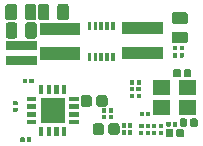
<source format=gbr>
G04 #@! TF.GenerationSoftware,KiCad,Pcbnew,(5.1.0)-1*
G04 #@! TF.CreationDate,2019-09-21T16:05:28-07:00*
G04 #@! TF.ProjectId,Miniscope-v4-wire-free,4d696e69-7363-46f7-9065-2d76342d7769,rev?*
G04 #@! TF.SameCoordinates,Original*
G04 #@! TF.FileFunction,Soldermask,Bot*
G04 #@! TF.FilePolarity,Negative*
%FSLAX46Y46*%
G04 Gerber Fmt 4.6, Leading zero omitted, Abs format (unit mm)*
G04 Created by KiCad (PCBNEW (5.1.0)-1) date 2019-09-21 16:05:28*
%MOMM*%
%LPD*%
G04 APERTURE LIST*
%ADD10C,0.100000*%
G04 APERTURE END LIST*
D10*
G36*
X103358992Y-97221885D02*
G01*
X103371103Y-97225559D01*
X103382263Y-97231524D01*
X103392047Y-97239553D01*
X103400076Y-97249337D01*
X103406041Y-97260497D01*
X103409715Y-97272608D01*
X103411200Y-97287691D01*
X103411200Y-97543909D01*
X103409715Y-97558992D01*
X103406041Y-97571103D01*
X103400076Y-97582263D01*
X103392047Y-97592047D01*
X103382263Y-97600076D01*
X103371103Y-97606041D01*
X103358992Y-97609715D01*
X103343909Y-97611200D01*
X103117691Y-97611200D01*
X103102608Y-97609715D01*
X103090497Y-97606041D01*
X103079337Y-97600076D01*
X103069553Y-97592047D01*
X103061524Y-97582263D01*
X103055559Y-97571103D01*
X103051885Y-97558992D01*
X103050400Y-97543909D01*
X103050400Y-97287691D01*
X103051885Y-97272608D01*
X103055559Y-97260497D01*
X103061524Y-97249337D01*
X103069553Y-97239553D01*
X103079337Y-97231524D01*
X103090497Y-97225559D01*
X103102608Y-97221885D01*
X103117691Y-97220400D01*
X103343909Y-97220400D01*
X103358992Y-97221885D01*
X103358992Y-97221885D01*
G37*
G36*
X102808992Y-97221885D02*
G01*
X102821103Y-97225559D01*
X102832263Y-97231524D01*
X102842047Y-97239553D01*
X102850076Y-97249337D01*
X102856041Y-97260497D01*
X102859715Y-97272608D01*
X102861200Y-97287691D01*
X102861200Y-97543909D01*
X102859715Y-97558992D01*
X102856041Y-97571103D01*
X102850076Y-97582263D01*
X102842047Y-97592047D01*
X102832263Y-97600076D01*
X102821103Y-97606041D01*
X102808992Y-97609715D01*
X102793909Y-97611200D01*
X102567691Y-97611200D01*
X102552608Y-97609715D01*
X102540497Y-97606041D01*
X102529337Y-97600076D01*
X102519553Y-97592047D01*
X102511524Y-97582263D01*
X102505559Y-97571103D01*
X102501885Y-97558992D01*
X102500400Y-97543909D01*
X102500400Y-97287691D01*
X102501885Y-97272608D01*
X102505559Y-97260497D01*
X102511524Y-97249337D01*
X102519553Y-97239553D01*
X102529337Y-97231524D01*
X102540497Y-97225559D01*
X102552608Y-97221885D01*
X102567691Y-97220400D01*
X102793909Y-97220400D01*
X102808992Y-97221885D01*
X102808992Y-97221885D01*
G37*
G36*
X116233462Y-96519383D02*
G01*
X116258231Y-96526896D01*
X116281069Y-96539104D01*
X116301077Y-96555523D01*
X116317496Y-96575531D01*
X116329704Y-96598369D01*
X116337217Y-96623138D01*
X116340000Y-96651391D01*
X116340000Y-97062609D01*
X116337217Y-97090862D01*
X116329704Y-97115631D01*
X116317496Y-97138469D01*
X116301077Y-97158477D01*
X116281069Y-97174896D01*
X116258231Y-97187104D01*
X116233462Y-97194617D01*
X116205209Y-97197400D01*
X115843991Y-97197400D01*
X115815738Y-97194617D01*
X115790969Y-97187104D01*
X115768131Y-97174896D01*
X115748123Y-97158477D01*
X115731704Y-97138469D01*
X115719496Y-97115631D01*
X115711983Y-97090862D01*
X115709200Y-97062609D01*
X115709200Y-96651391D01*
X115711983Y-96623138D01*
X115719496Y-96598369D01*
X115731704Y-96575531D01*
X115748123Y-96555523D01*
X115768131Y-96539104D01*
X115790969Y-96526896D01*
X115815738Y-96519383D01*
X115843991Y-96516600D01*
X116205209Y-96516600D01*
X116233462Y-96519383D01*
X116233462Y-96519383D01*
G37*
G36*
X115343462Y-96519383D02*
G01*
X115368231Y-96526896D01*
X115391069Y-96539104D01*
X115411077Y-96555523D01*
X115427496Y-96575531D01*
X115439704Y-96598369D01*
X115447217Y-96623138D01*
X115450000Y-96651391D01*
X115450000Y-97062609D01*
X115447217Y-97090862D01*
X115439704Y-97115631D01*
X115427496Y-97138469D01*
X115411077Y-97158477D01*
X115391069Y-97174896D01*
X115368231Y-97187104D01*
X115343462Y-97194617D01*
X115315209Y-97197400D01*
X114953991Y-97197400D01*
X114925738Y-97194617D01*
X114900969Y-97187104D01*
X114878131Y-97174896D01*
X114858123Y-97158477D01*
X114841704Y-97138469D01*
X114829496Y-97115631D01*
X114821983Y-97090862D01*
X114819200Y-97062609D01*
X114819200Y-96651391D01*
X114821983Y-96623138D01*
X114829496Y-96598369D01*
X114841704Y-96575531D01*
X114858123Y-96555523D01*
X114878131Y-96539104D01*
X114900969Y-96526896D01*
X114925738Y-96519383D01*
X114953991Y-96516600D01*
X115315209Y-96516600D01*
X115343462Y-96519383D01*
X115343462Y-96519383D01*
G37*
G36*
X105752200Y-97142400D02*
G01*
X105381400Y-97142400D01*
X105381400Y-96351600D01*
X105752200Y-96351600D01*
X105752200Y-97142400D01*
X105752200Y-97142400D01*
G37*
G36*
X105102200Y-97142400D02*
G01*
X104731400Y-97142400D01*
X104731400Y-96351600D01*
X105102200Y-96351600D01*
X105102200Y-97142400D01*
X105102200Y-97142400D01*
G37*
G36*
X104452200Y-97142400D02*
G01*
X104081400Y-97142400D01*
X104081400Y-96351600D01*
X104452200Y-96351600D01*
X104452200Y-97142400D01*
X104452200Y-97142400D01*
G37*
G36*
X106402200Y-97142400D02*
G01*
X106031400Y-97142400D01*
X106031400Y-96351600D01*
X106402200Y-96351600D01*
X106402200Y-97142400D01*
X106402200Y-97142400D01*
G37*
G36*
X113417392Y-96663085D02*
G01*
X113429503Y-96666759D01*
X113440663Y-96672724D01*
X113450447Y-96680753D01*
X113458476Y-96690537D01*
X113464441Y-96701697D01*
X113468115Y-96713808D01*
X113469600Y-96728891D01*
X113469600Y-96985109D01*
X113468115Y-97000192D01*
X113464441Y-97012303D01*
X113458476Y-97023463D01*
X113450447Y-97033247D01*
X113440663Y-97041276D01*
X113429503Y-97047241D01*
X113417392Y-97050915D01*
X113402309Y-97052400D01*
X113176091Y-97052400D01*
X113161008Y-97050915D01*
X113148897Y-97047241D01*
X113137737Y-97041276D01*
X113127953Y-97033247D01*
X113119924Y-97023463D01*
X113113959Y-97012303D01*
X113110285Y-97000192D01*
X113108800Y-96985109D01*
X113108800Y-96728891D01*
X113110285Y-96713808D01*
X113113959Y-96701697D01*
X113119924Y-96690537D01*
X113127953Y-96680753D01*
X113137737Y-96672724D01*
X113148897Y-96666759D01*
X113161008Y-96663085D01*
X113176091Y-96661600D01*
X113402309Y-96661600D01*
X113417392Y-96663085D01*
X113417392Y-96663085D01*
G37*
G36*
X114509592Y-96663085D02*
G01*
X114521703Y-96666759D01*
X114532863Y-96672724D01*
X114542647Y-96680753D01*
X114550676Y-96690537D01*
X114556641Y-96701697D01*
X114560315Y-96713808D01*
X114561800Y-96728891D01*
X114561800Y-96985109D01*
X114560315Y-97000192D01*
X114556641Y-97012303D01*
X114550676Y-97023463D01*
X114542647Y-97033247D01*
X114532863Y-97041276D01*
X114521703Y-97047241D01*
X114509592Y-97050915D01*
X114494509Y-97052400D01*
X114268291Y-97052400D01*
X114253208Y-97050915D01*
X114241097Y-97047241D01*
X114229937Y-97041276D01*
X114220153Y-97033247D01*
X114212124Y-97023463D01*
X114206159Y-97012303D01*
X114202485Y-97000192D01*
X114201000Y-96985109D01*
X114201000Y-96728891D01*
X114202485Y-96713808D01*
X114206159Y-96701697D01*
X114212124Y-96690537D01*
X114220153Y-96680753D01*
X114229937Y-96672724D01*
X114241097Y-96666759D01*
X114253208Y-96663085D01*
X114268291Y-96661600D01*
X114494509Y-96661600D01*
X114509592Y-96663085D01*
X114509592Y-96663085D01*
G37*
G36*
X113959592Y-96663085D02*
G01*
X113971703Y-96666759D01*
X113982863Y-96672724D01*
X113992647Y-96680753D01*
X114000676Y-96690537D01*
X114006641Y-96701697D01*
X114010315Y-96713808D01*
X114011800Y-96728891D01*
X114011800Y-96985109D01*
X114010315Y-97000192D01*
X114006641Y-97012303D01*
X114000676Y-97023463D01*
X113992647Y-97033247D01*
X113982863Y-97041276D01*
X113971703Y-97047241D01*
X113959592Y-97050915D01*
X113944509Y-97052400D01*
X113718291Y-97052400D01*
X113703208Y-97050915D01*
X113691097Y-97047241D01*
X113679937Y-97041276D01*
X113670153Y-97033247D01*
X113662124Y-97023463D01*
X113656159Y-97012303D01*
X113652485Y-97000192D01*
X113651000Y-96985109D01*
X113651000Y-96728891D01*
X113652485Y-96713808D01*
X113656159Y-96701697D01*
X113662124Y-96690537D01*
X113670153Y-96680753D01*
X113679937Y-96672724D01*
X113691097Y-96666759D01*
X113703208Y-96663085D01*
X113718291Y-96661600D01*
X113944509Y-96661600D01*
X113959592Y-96663085D01*
X113959592Y-96663085D01*
G37*
G36*
X112867392Y-96663085D02*
G01*
X112879503Y-96666759D01*
X112890663Y-96672724D01*
X112900447Y-96680753D01*
X112908476Y-96690537D01*
X112914441Y-96701697D01*
X112918115Y-96713808D01*
X112919600Y-96728891D01*
X112919600Y-96985109D01*
X112918115Y-97000192D01*
X112914441Y-97012303D01*
X112908476Y-97023463D01*
X112900447Y-97033247D01*
X112890663Y-97041276D01*
X112879503Y-97047241D01*
X112867392Y-97050915D01*
X112852309Y-97052400D01*
X112626091Y-97052400D01*
X112611008Y-97050915D01*
X112598897Y-97047241D01*
X112587737Y-97041276D01*
X112577953Y-97033247D01*
X112569924Y-97023463D01*
X112563959Y-97012303D01*
X112560285Y-97000192D01*
X112558800Y-96985109D01*
X112558800Y-96728891D01*
X112560285Y-96713808D01*
X112563959Y-96701697D01*
X112569924Y-96690537D01*
X112577953Y-96680753D01*
X112587737Y-96672724D01*
X112598897Y-96666759D01*
X112611008Y-96663085D01*
X112626091Y-96661600D01*
X112852309Y-96661600D01*
X112867392Y-96663085D01*
X112867392Y-96663085D01*
G37*
G36*
X109399478Y-96045671D02*
G01*
X109438792Y-96057597D01*
X109475023Y-96076963D01*
X109506777Y-96103023D01*
X109532837Y-96134777D01*
X109552203Y-96171008D01*
X109564129Y-96210322D01*
X109568400Y-96253691D01*
X109568400Y-96799909D01*
X109564129Y-96843278D01*
X109552203Y-96882592D01*
X109532837Y-96918823D01*
X109506777Y-96950577D01*
X109475023Y-96976637D01*
X109438792Y-96996003D01*
X109399478Y-97007929D01*
X109356109Y-97012200D01*
X108839891Y-97012200D01*
X108796522Y-97007929D01*
X108757208Y-96996003D01*
X108720977Y-96976637D01*
X108689223Y-96950577D01*
X108663163Y-96918823D01*
X108643797Y-96882592D01*
X108631871Y-96843278D01*
X108627600Y-96799909D01*
X108627600Y-96253691D01*
X108631871Y-96210322D01*
X108643797Y-96171008D01*
X108663163Y-96134777D01*
X108689223Y-96103023D01*
X108720977Y-96076963D01*
X108757208Y-96057597D01*
X108796522Y-96045671D01*
X108839891Y-96041400D01*
X109356109Y-96041400D01*
X109399478Y-96045671D01*
X109399478Y-96045671D01*
G37*
G36*
X110729478Y-96045671D02*
G01*
X110768792Y-96057597D01*
X110805023Y-96076963D01*
X110836777Y-96103023D01*
X110862837Y-96134777D01*
X110882203Y-96171008D01*
X110894129Y-96210322D01*
X110898400Y-96253691D01*
X110898400Y-96799909D01*
X110894129Y-96843278D01*
X110882203Y-96882592D01*
X110862837Y-96918823D01*
X110836777Y-96950577D01*
X110805023Y-96976637D01*
X110768792Y-96996003D01*
X110729478Y-97007929D01*
X110686109Y-97012200D01*
X110169891Y-97012200D01*
X110126522Y-97007929D01*
X110087208Y-96996003D01*
X110050977Y-96976637D01*
X110019223Y-96950577D01*
X109993163Y-96918823D01*
X109973797Y-96882592D01*
X109961871Y-96843278D01*
X109957600Y-96799909D01*
X109957600Y-96253691D01*
X109961871Y-96210322D01*
X109973797Y-96171008D01*
X109993163Y-96134777D01*
X110019223Y-96103023D01*
X110050977Y-96076963D01*
X110087208Y-96057597D01*
X110126522Y-96045671D01*
X110169891Y-96041400D01*
X110686109Y-96041400D01*
X110729478Y-96045671D01*
X110729478Y-96045671D01*
G37*
G36*
X111944192Y-96612285D02*
G01*
X111956303Y-96615959D01*
X111967463Y-96621924D01*
X111977247Y-96629953D01*
X111985276Y-96639737D01*
X111991241Y-96650897D01*
X111994915Y-96663008D01*
X111996400Y-96678091D01*
X111996400Y-96934309D01*
X111994915Y-96949392D01*
X111991241Y-96961503D01*
X111985276Y-96972663D01*
X111977247Y-96982447D01*
X111967463Y-96990476D01*
X111956303Y-96996441D01*
X111944192Y-97000115D01*
X111929109Y-97001600D01*
X111702891Y-97001600D01*
X111687808Y-97000115D01*
X111675697Y-96996441D01*
X111664537Y-96990476D01*
X111654753Y-96982447D01*
X111646724Y-96972663D01*
X111640759Y-96961503D01*
X111637085Y-96949392D01*
X111635600Y-96934309D01*
X111635600Y-96678091D01*
X111637085Y-96663008D01*
X111640759Y-96650897D01*
X111646724Y-96639737D01*
X111654753Y-96629953D01*
X111664537Y-96621924D01*
X111675697Y-96615959D01*
X111687808Y-96612285D01*
X111702891Y-96610800D01*
X111929109Y-96610800D01*
X111944192Y-96612285D01*
X111944192Y-96612285D01*
G37*
G36*
X111394192Y-96612285D02*
G01*
X111406303Y-96615959D01*
X111417463Y-96621924D01*
X111427247Y-96629953D01*
X111435276Y-96639737D01*
X111441241Y-96650897D01*
X111444915Y-96663008D01*
X111446400Y-96678091D01*
X111446400Y-96934309D01*
X111444915Y-96949392D01*
X111441241Y-96961503D01*
X111435276Y-96972663D01*
X111427247Y-96982447D01*
X111417463Y-96990476D01*
X111406303Y-96996441D01*
X111394192Y-97000115D01*
X111379109Y-97001600D01*
X111152891Y-97001600D01*
X111137808Y-97000115D01*
X111125697Y-96996441D01*
X111114537Y-96990476D01*
X111104753Y-96982447D01*
X111096724Y-96972663D01*
X111090759Y-96961503D01*
X111087085Y-96949392D01*
X111085600Y-96934309D01*
X111085600Y-96678091D01*
X111087085Y-96663008D01*
X111090759Y-96650897D01*
X111096724Y-96639737D01*
X111104753Y-96629953D01*
X111114537Y-96621924D01*
X111125697Y-96615959D01*
X111137808Y-96612285D01*
X111152891Y-96610800D01*
X111379109Y-96610800D01*
X111394192Y-96612285D01*
X111394192Y-96612285D01*
G37*
G36*
X112892792Y-96078885D02*
G01*
X112904903Y-96082559D01*
X112916063Y-96088524D01*
X112925847Y-96096553D01*
X112933876Y-96106337D01*
X112939841Y-96117497D01*
X112943515Y-96129608D01*
X112945000Y-96144691D01*
X112945000Y-96400909D01*
X112943515Y-96415992D01*
X112939841Y-96428103D01*
X112933876Y-96439263D01*
X112925847Y-96449047D01*
X112916063Y-96457076D01*
X112904903Y-96463041D01*
X112892792Y-96466715D01*
X112877709Y-96468200D01*
X112651491Y-96468200D01*
X112636408Y-96466715D01*
X112624297Y-96463041D01*
X112613137Y-96457076D01*
X112603353Y-96449047D01*
X112595324Y-96439263D01*
X112589359Y-96428103D01*
X112585685Y-96415992D01*
X112584200Y-96400909D01*
X112584200Y-96144691D01*
X112585685Y-96129608D01*
X112589359Y-96117497D01*
X112595324Y-96106337D01*
X112603353Y-96096553D01*
X112613137Y-96088524D01*
X112624297Y-96082559D01*
X112636408Y-96078885D01*
X112651491Y-96077400D01*
X112877709Y-96077400D01*
X112892792Y-96078885D01*
X112892792Y-96078885D01*
G37*
G36*
X114509592Y-96078885D02*
G01*
X114521703Y-96082559D01*
X114532863Y-96088524D01*
X114542647Y-96096553D01*
X114550676Y-96106337D01*
X114556641Y-96117497D01*
X114560315Y-96129608D01*
X114561800Y-96144691D01*
X114561800Y-96400909D01*
X114560315Y-96415992D01*
X114556641Y-96428103D01*
X114550676Y-96439263D01*
X114542647Y-96449047D01*
X114532863Y-96457076D01*
X114521703Y-96463041D01*
X114509592Y-96466715D01*
X114494509Y-96468200D01*
X114268291Y-96468200D01*
X114253208Y-96466715D01*
X114241097Y-96463041D01*
X114229937Y-96457076D01*
X114220153Y-96449047D01*
X114212124Y-96439263D01*
X114206159Y-96428103D01*
X114202485Y-96415992D01*
X114201000Y-96400909D01*
X114201000Y-96144691D01*
X114202485Y-96129608D01*
X114206159Y-96117497D01*
X114212124Y-96106337D01*
X114220153Y-96096553D01*
X114229937Y-96088524D01*
X114241097Y-96082559D01*
X114253208Y-96078885D01*
X114268291Y-96077400D01*
X114494509Y-96077400D01*
X114509592Y-96078885D01*
X114509592Y-96078885D01*
G37*
G36*
X113959592Y-96078885D02*
G01*
X113971703Y-96082559D01*
X113982863Y-96088524D01*
X113992647Y-96096553D01*
X114000676Y-96106337D01*
X114006641Y-96117497D01*
X114010315Y-96129608D01*
X114011800Y-96144691D01*
X114011800Y-96400909D01*
X114010315Y-96415992D01*
X114006641Y-96428103D01*
X114000676Y-96439263D01*
X113992647Y-96449047D01*
X113982863Y-96457076D01*
X113971703Y-96463041D01*
X113959592Y-96466715D01*
X113944509Y-96468200D01*
X113718291Y-96468200D01*
X113703208Y-96466715D01*
X113691097Y-96463041D01*
X113679937Y-96457076D01*
X113670153Y-96449047D01*
X113662124Y-96439263D01*
X113656159Y-96428103D01*
X113652485Y-96415992D01*
X113651000Y-96400909D01*
X113651000Y-96144691D01*
X113652485Y-96129608D01*
X113656159Y-96117497D01*
X113662124Y-96106337D01*
X113670153Y-96096553D01*
X113679937Y-96088524D01*
X113691097Y-96082559D01*
X113703208Y-96078885D01*
X113718291Y-96077400D01*
X113944509Y-96077400D01*
X113959592Y-96078885D01*
X113959592Y-96078885D01*
G37*
G36*
X113442792Y-96078885D02*
G01*
X113454903Y-96082559D01*
X113466063Y-96088524D01*
X113475847Y-96096553D01*
X113483876Y-96106337D01*
X113489841Y-96117497D01*
X113493515Y-96129608D01*
X113495000Y-96144691D01*
X113495000Y-96400909D01*
X113493515Y-96415992D01*
X113489841Y-96428103D01*
X113483876Y-96439263D01*
X113475847Y-96449047D01*
X113466063Y-96457076D01*
X113454903Y-96463041D01*
X113442792Y-96466715D01*
X113427709Y-96468200D01*
X113201491Y-96468200D01*
X113186408Y-96466715D01*
X113174297Y-96463041D01*
X113163137Y-96457076D01*
X113153353Y-96449047D01*
X113145324Y-96439263D01*
X113139359Y-96428103D01*
X113135685Y-96415992D01*
X113134200Y-96400909D01*
X113134200Y-96144691D01*
X113135685Y-96129608D01*
X113139359Y-96117497D01*
X113145324Y-96106337D01*
X113153353Y-96096553D01*
X113163137Y-96088524D01*
X113174297Y-96082559D01*
X113186408Y-96078885D01*
X113201491Y-96077400D01*
X113427709Y-96077400D01*
X113442792Y-96078885D01*
X113442792Y-96078885D01*
G37*
G36*
X111394192Y-96028085D02*
G01*
X111406303Y-96031759D01*
X111417463Y-96037724D01*
X111427247Y-96045753D01*
X111435276Y-96055537D01*
X111441241Y-96066697D01*
X111444915Y-96078808D01*
X111446400Y-96093891D01*
X111446400Y-96350109D01*
X111444915Y-96365192D01*
X111441241Y-96377303D01*
X111435276Y-96388463D01*
X111427247Y-96398247D01*
X111417463Y-96406276D01*
X111406303Y-96412241D01*
X111394192Y-96415915D01*
X111379109Y-96417400D01*
X111152891Y-96417400D01*
X111137808Y-96415915D01*
X111125697Y-96412241D01*
X111114537Y-96406276D01*
X111104753Y-96398247D01*
X111096724Y-96388463D01*
X111090759Y-96377303D01*
X111087085Y-96365192D01*
X111085600Y-96350109D01*
X111085600Y-96093891D01*
X111087085Y-96078808D01*
X111090759Y-96066697D01*
X111096724Y-96055537D01*
X111104753Y-96045753D01*
X111114537Y-96037724D01*
X111125697Y-96031759D01*
X111137808Y-96028085D01*
X111152891Y-96026600D01*
X111379109Y-96026600D01*
X111394192Y-96028085D01*
X111394192Y-96028085D01*
G37*
G36*
X111944192Y-96028085D02*
G01*
X111956303Y-96031759D01*
X111967463Y-96037724D01*
X111977247Y-96045753D01*
X111985276Y-96055537D01*
X111991241Y-96066697D01*
X111994915Y-96078808D01*
X111996400Y-96093891D01*
X111996400Y-96350109D01*
X111994915Y-96365192D01*
X111991241Y-96377303D01*
X111985276Y-96388463D01*
X111977247Y-96398247D01*
X111967463Y-96406276D01*
X111956303Y-96412241D01*
X111944192Y-96415915D01*
X111929109Y-96417400D01*
X111702891Y-96417400D01*
X111687808Y-96415915D01*
X111675697Y-96412241D01*
X111664537Y-96406276D01*
X111654753Y-96398247D01*
X111646724Y-96388463D01*
X111640759Y-96377303D01*
X111637085Y-96365192D01*
X111635600Y-96350109D01*
X111635600Y-96093891D01*
X111637085Y-96078808D01*
X111640759Y-96066697D01*
X111646724Y-96055537D01*
X111654753Y-96045753D01*
X111664537Y-96037724D01*
X111675697Y-96031759D01*
X111687808Y-96028085D01*
X111702891Y-96026600D01*
X111929109Y-96026600D01*
X111944192Y-96028085D01*
X111944192Y-96028085D01*
G37*
G36*
X115728792Y-95926485D02*
G01*
X115740903Y-95930159D01*
X115752063Y-95936124D01*
X115761847Y-95944153D01*
X115769876Y-95953937D01*
X115775841Y-95965097D01*
X115779515Y-95977208D01*
X115781000Y-95992291D01*
X115781000Y-96248509D01*
X115779515Y-96263592D01*
X115775841Y-96275703D01*
X115769876Y-96286863D01*
X115761847Y-96296647D01*
X115752063Y-96304676D01*
X115740903Y-96310641D01*
X115728792Y-96314315D01*
X115713709Y-96315800D01*
X115487491Y-96315800D01*
X115472408Y-96314315D01*
X115460297Y-96310641D01*
X115449137Y-96304676D01*
X115439353Y-96296647D01*
X115431324Y-96286863D01*
X115425359Y-96275703D01*
X115421685Y-96263592D01*
X115420200Y-96248509D01*
X115420200Y-95992291D01*
X115421685Y-95977208D01*
X115425359Y-95965097D01*
X115431324Y-95953937D01*
X115439353Y-95944153D01*
X115449137Y-95936124D01*
X115460297Y-95930159D01*
X115472408Y-95926485D01*
X115487491Y-95925000D01*
X115713709Y-95925000D01*
X115728792Y-95926485D01*
X115728792Y-95926485D01*
G37*
G36*
X115178792Y-95926485D02*
G01*
X115190903Y-95930159D01*
X115202063Y-95936124D01*
X115211847Y-95944153D01*
X115219876Y-95953937D01*
X115225841Y-95965097D01*
X115229515Y-95977208D01*
X115231000Y-95992291D01*
X115231000Y-96248509D01*
X115229515Y-96263592D01*
X115225841Y-96275703D01*
X115219876Y-96286863D01*
X115211847Y-96296647D01*
X115202063Y-96304676D01*
X115190903Y-96310641D01*
X115178792Y-96314315D01*
X115163709Y-96315800D01*
X114937491Y-96315800D01*
X114922408Y-96314315D01*
X114910297Y-96310641D01*
X114899137Y-96304676D01*
X114889353Y-96296647D01*
X114881324Y-96286863D01*
X114875359Y-96275703D01*
X114871685Y-96263592D01*
X114870200Y-96248509D01*
X114870200Y-95992291D01*
X114871685Y-95977208D01*
X114875359Y-95965097D01*
X114881324Y-95953937D01*
X114889353Y-95944153D01*
X114899137Y-95936124D01*
X114910297Y-95930159D01*
X114922408Y-95926485D01*
X114937491Y-95925000D01*
X115163709Y-95925000D01*
X115178792Y-95926485D01*
X115178792Y-95926485D01*
G37*
G36*
X116511862Y-95630383D02*
G01*
X116536631Y-95637896D01*
X116559469Y-95650104D01*
X116579477Y-95666523D01*
X116595896Y-95686531D01*
X116608104Y-95709369D01*
X116615617Y-95734138D01*
X116618400Y-95762391D01*
X116618400Y-96173609D01*
X116615617Y-96201862D01*
X116608104Y-96226631D01*
X116595896Y-96249469D01*
X116579477Y-96269477D01*
X116559469Y-96285896D01*
X116536631Y-96298104D01*
X116511862Y-96305617D01*
X116483609Y-96308400D01*
X116122391Y-96308400D01*
X116094138Y-96305617D01*
X116069369Y-96298104D01*
X116046531Y-96285896D01*
X116026523Y-96269477D01*
X116010104Y-96249469D01*
X115997896Y-96226631D01*
X115990383Y-96201862D01*
X115987600Y-96173609D01*
X115987600Y-95762391D01*
X115990383Y-95734138D01*
X115997896Y-95709369D01*
X116010104Y-95686531D01*
X116026523Y-95666523D01*
X116046531Y-95650104D01*
X116069369Y-95637896D01*
X116094138Y-95630383D01*
X116122391Y-95627600D01*
X116483609Y-95627600D01*
X116511862Y-95630383D01*
X116511862Y-95630383D01*
G37*
G36*
X117401862Y-95630383D02*
G01*
X117426631Y-95637896D01*
X117449469Y-95650104D01*
X117469477Y-95666523D01*
X117485896Y-95686531D01*
X117498104Y-95709369D01*
X117505617Y-95734138D01*
X117508400Y-95762391D01*
X117508400Y-96173609D01*
X117505617Y-96201862D01*
X117498104Y-96226631D01*
X117485896Y-96249469D01*
X117469477Y-96269477D01*
X117449469Y-96285896D01*
X117426631Y-96298104D01*
X117401862Y-96305617D01*
X117373609Y-96308400D01*
X117012391Y-96308400D01*
X116984138Y-96305617D01*
X116959369Y-96298104D01*
X116936531Y-96285896D01*
X116916523Y-96269477D01*
X116900104Y-96249469D01*
X116887896Y-96226631D01*
X116880383Y-96201862D01*
X116877600Y-96173609D01*
X116877600Y-95762391D01*
X116880383Y-95734138D01*
X116887896Y-95709369D01*
X116900104Y-95686531D01*
X116916523Y-95666523D01*
X116936531Y-95650104D01*
X116959369Y-95637896D01*
X116984138Y-95630383D01*
X117012391Y-95627600D01*
X117373609Y-95627600D01*
X117401862Y-95630383D01*
X117401862Y-95630383D01*
G37*
G36*
X107432200Y-96112400D02*
G01*
X106641400Y-96112400D01*
X106641400Y-95741600D01*
X107432200Y-95741600D01*
X107432200Y-96112400D01*
X107432200Y-96112400D01*
G37*
G36*
X103842200Y-96112400D02*
G01*
X103051400Y-96112400D01*
X103051400Y-95741600D01*
X103842200Y-95741600D01*
X103842200Y-96112400D01*
X103842200Y-96112400D01*
G37*
G36*
X106267200Y-95977400D02*
G01*
X104216400Y-95977400D01*
X104216400Y-93926600D01*
X106267200Y-93926600D01*
X106267200Y-95977400D01*
X106267200Y-95977400D01*
G37*
G36*
X110293192Y-95316885D02*
G01*
X110305303Y-95320559D01*
X110316463Y-95326524D01*
X110326247Y-95334553D01*
X110334276Y-95344337D01*
X110340241Y-95355497D01*
X110343915Y-95367608D01*
X110345400Y-95382691D01*
X110345400Y-95638909D01*
X110343915Y-95653992D01*
X110340241Y-95666103D01*
X110334276Y-95677263D01*
X110326247Y-95687047D01*
X110316463Y-95695076D01*
X110305303Y-95701041D01*
X110293192Y-95704715D01*
X110278109Y-95706200D01*
X110051891Y-95706200D01*
X110036808Y-95704715D01*
X110024697Y-95701041D01*
X110013537Y-95695076D01*
X110003753Y-95687047D01*
X109995724Y-95677263D01*
X109989759Y-95666103D01*
X109986085Y-95653992D01*
X109984600Y-95638909D01*
X109984600Y-95382691D01*
X109986085Y-95367608D01*
X109989759Y-95355497D01*
X109995724Y-95344337D01*
X110003753Y-95334553D01*
X110013537Y-95326524D01*
X110024697Y-95320559D01*
X110036808Y-95316885D01*
X110051891Y-95315400D01*
X110278109Y-95315400D01*
X110293192Y-95316885D01*
X110293192Y-95316885D01*
G37*
G36*
X109743192Y-95316885D02*
G01*
X109755303Y-95320559D01*
X109766463Y-95326524D01*
X109776247Y-95334553D01*
X109784276Y-95344337D01*
X109790241Y-95355497D01*
X109793915Y-95367608D01*
X109795400Y-95382691D01*
X109795400Y-95638909D01*
X109793915Y-95653992D01*
X109790241Y-95666103D01*
X109784276Y-95677263D01*
X109776247Y-95687047D01*
X109766463Y-95695076D01*
X109755303Y-95701041D01*
X109743192Y-95704715D01*
X109728109Y-95706200D01*
X109501891Y-95706200D01*
X109486808Y-95704715D01*
X109474697Y-95701041D01*
X109463537Y-95695076D01*
X109453753Y-95687047D01*
X109445724Y-95677263D01*
X109439759Y-95666103D01*
X109436085Y-95653992D01*
X109434600Y-95638909D01*
X109434600Y-95382691D01*
X109436085Y-95367608D01*
X109439759Y-95355497D01*
X109445724Y-95344337D01*
X109453753Y-95334553D01*
X109463537Y-95326524D01*
X109474697Y-95320559D01*
X109486808Y-95316885D01*
X109501891Y-95315400D01*
X109728109Y-95315400D01*
X109743192Y-95316885D01*
X109743192Y-95316885D01*
G37*
G36*
X107432200Y-95462400D02*
G01*
X106641400Y-95462400D01*
X106641400Y-95091600D01*
X107432200Y-95091600D01*
X107432200Y-95462400D01*
X107432200Y-95462400D01*
G37*
G36*
X103842200Y-95462400D02*
G01*
X103051400Y-95462400D01*
X103051400Y-95091600D01*
X103842200Y-95091600D01*
X103842200Y-95462400D01*
X103842200Y-95462400D01*
G37*
G36*
X113468192Y-95037485D02*
G01*
X113480303Y-95041159D01*
X113491463Y-95047124D01*
X113501247Y-95055153D01*
X113509276Y-95064937D01*
X113515241Y-95076097D01*
X113518915Y-95088208D01*
X113520400Y-95103291D01*
X113520400Y-95359509D01*
X113518915Y-95374592D01*
X113515241Y-95386703D01*
X113509276Y-95397863D01*
X113501247Y-95407647D01*
X113491463Y-95415676D01*
X113480303Y-95421641D01*
X113468192Y-95425315D01*
X113453109Y-95426800D01*
X113226891Y-95426800D01*
X113211808Y-95425315D01*
X113199697Y-95421641D01*
X113188537Y-95415676D01*
X113178753Y-95407647D01*
X113170724Y-95397863D01*
X113164759Y-95386703D01*
X113161085Y-95374592D01*
X113159600Y-95359509D01*
X113159600Y-95103291D01*
X113161085Y-95088208D01*
X113164759Y-95076097D01*
X113170724Y-95064937D01*
X113178753Y-95055153D01*
X113188537Y-95047124D01*
X113199697Y-95041159D01*
X113211808Y-95037485D01*
X113226891Y-95036000D01*
X113453109Y-95036000D01*
X113468192Y-95037485D01*
X113468192Y-95037485D01*
G37*
G36*
X112918192Y-95037485D02*
G01*
X112930303Y-95041159D01*
X112941463Y-95047124D01*
X112951247Y-95055153D01*
X112959276Y-95064937D01*
X112965241Y-95076097D01*
X112968915Y-95088208D01*
X112970400Y-95103291D01*
X112970400Y-95359509D01*
X112968915Y-95374592D01*
X112965241Y-95386703D01*
X112959276Y-95397863D01*
X112951247Y-95407647D01*
X112941463Y-95415676D01*
X112930303Y-95421641D01*
X112918192Y-95425315D01*
X112903109Y-95426800D01*
X112676891Y-95426800D01*
X112661808Y-95425315D01*
X112649697Y-95421641D01*
X112638537Y-95415676D01*
X112628753Y-95407647D01*
X112620724Y-95397863D01*
X112614759Y-95386703D01*
X112611085Y-95374592D01*
X112609600Y-95359509D01*
X112609600Y-95103291D01*
X112611085Y-95088208D01*
X112614759Y-95076097D01*
X112620724Y-95064937D01*
X112628753Y-95055153D01*
X112638537Y-95047124D01*
X112649697Y-95041159D01*
X112661808Y-95037485D01*
X112676891Y-95036000D01*
X112903109Y-95036000D01*
X112918192Y-95037485D01*
X112918192Y-95037485D01*
G37*
G36*
X115205000Y-95335200D02*
G01*
X113754200Y-95335200D01*
X113754200Y-94084400D01*
X115205000Y-94084400D01*
X115205000Y-95335200D01*
X115205000Y-95335200D01*
G37*
G36*
X117405000Y-95335200D02*
G01*
X115954200Y-95335200D01*
X115954200Y-94084400D01*
X117405000Y-94084400D01*
X117405000Y-95335200D01*
X117405000Y-95335200D01*
G37*
G36*
X110293192Y-94758085D02*
G01*
X110305303Y-94761759D01*
X110316463Y-94767724D01*
X110326247Y-94775753D01*
X110334276Y-94785537D01*
X110340241Y-94796697D01*
X110343915Y-94808808D01*
X110345400Y-94823891D01*
X110345400Y-95080109D01*
X110343915Y-95095192D01*
X110340241Y-95107303D01*
X110334276Y-95118463D01*
X110326247Y-95128247D01*
X110316463Y-95136276D01*
X110305303Y-95142241D01*
X110293192Y-95145915D01*
X110278109Y-95147400D01*
X110051891Y-95147400D01*
X110036808Y-95145915D01*
X110024697Y-95142241D01*
X110013537Y-95136276D01*
X110003753Y-95128247D01*
X109995724Y-95118463D01*
X109989759Y-95107303D01*
X109986085Y-95095192D01*
X109984600Y-95080109D01*
X109984600Y-94823891D01*
X109986085Y-94808808D01*
X109989759Y-94796697D01*
X109995724Y-94785537D01*
X110003753Y-94775753D01*
X110013537Y-94767724D01*
X110024697Y-94761759D01*
X110036808Y-94758085D01*
X110051891Y-94756600D01*
X110278109Y-94756600D01*
X110293192Y-94758085D01*
X110293192Y-94758085D01*
G37*
G36*
X109743192Y-94758085D02*
G01*
X109755303Y-94761759D01*
X109766463Y-94767724D01*
X109776247Y-94775753D01*
X109784276Y-94785537D01*
X109790241Y-94796697D01*
X109793915Y-94808808D01*
X109795400Y-94823891D01*
X109795400Y-95080109D01*
X109793915Y-95095192D01*
X109790241Y-95107303D01*
X109784276Y-95118463D01*
X109776247Y-95128247D01*
X109766463Y-95136276D01*
X109755303Y-95142241D01*
X109743192Y-95145915D01*
X109728109Y-95147400D01*
X109501891Y-95147400D01*
X109486808Y-95145915D01*
X109474697Y-95142241D01*
X109463537Y-95136276D01*
X109453753Y-95128247D01*
X109445724Y-95118463D01*
X109439759Y-95107303D01*
X109436085Y-95095192D01*
X109434600Y-95080109D01*
X109434600Y-94823891D01*
X109436085Y-94808808D01*
X109439759Y-94796697D01*
X109445724Y-94785537D01*
X109453753Y-94775753D01*
X109463537Y-94767724D01*
X109474697Y-94761759D01*
X109486808Y-94758085D01*
X109501891Y-94756600D01*
X109728109Y-94756600D01*
X109743192Y-94758085D01*
X109743192Y-94758085D01*
G37*
G36*
X102209992Y-94713485D02*
G01*
X102222103Y-94717159D01*
X102233263Y-94723124D01*
X102243047Y-94731153D01*
X102251076Y-94740937D01*
X102257041Y-94752097D01*
X102260715Y-94764208D01*
X102262200Y-94779291D01*
X102262200Y-95005509D01*
X102260715Y-95020592D01*
X102257041Y-95032703D01*
X102251076Y-95043863D01*
X102243047Y-95053647D01*
X102233263Y-95061676D01*
X102222103Y-95067641D01*
X102209992Y-95071315D01*
X102194909Y-95072800D01*
X101938691Y-95072800D01*
X101923608Y-95071315D01*
X101911497Y-95067641D01*
X101900337Y-95061676D01*
X101890553Y-95053647D01*
X101882524Y-95043863D01*
X101876559Y-95032703D01*
X101872885Y-95020592D01*
X101871400Y-95005509D01*
X101871400Y-94779291D01*
X101872885Y-94764208D01*
X101876559Y-94752097D01*
X101882524Y-94740937D01*
X101890553Y-94731153D01*
X101900337Y-94723124D01*
X101911497Y-94717159D01*
X101923608Y-94713485D01*
X101938691Y-94712000D01*
X102194909Y-94712000D01*
X102209992Y-94713485D01*
X102209992Y-94713485D01*
G37*
G36*
X103842200Y-94812400D02*
G01*
X103051400Y-94812400D01*
X103051400Y-94441600D01*
X103842200Y-94441600D01*
X103842200Y-94812400D01*
X103842200Y-94812400D01*
G37*
G36*
X107432200Y-94812400D02*
G01*
X106641400Y-94812400D01*
X106641400Y-94441600D01*
X107432200Y-94441600D01*
X107432200Y-94812400D01*
X107432200Y-94812400D01*
G37*
G36*
X108383478Y-93658071D02*
G01*
X108422792Y-93669997D01*
X108459023Y-93689363D01*
X108490777Y-93715423D01*
X108516837Y-93747177D01*
X108536203Y-93783408D01*
X108548129Y-93822722D01*
X108552400Y-93866091D01*
X108552400Y-94412309D01*
X108548129Y-94455678D01*
X108536203Y-94494992D01*
X108516837Y-94531223D01*
X108490777Y-94562977D01*
X108459023Y-94589037D01*
X108422792Y-94608403D01*
X108383478Y-94620329D01*
X108340109Y-94624600D01*
X107823891Y-94624600D01*
X107780522Y-94620329D01*
X107741208Y-94608403D01*
X107704977Y-94589037D01*
X107673223Y-94562977D01*
X107647163Y-94531223D01*
X107627797Y-94494992D01*
X107615871Y-94455678D01*
X107611600Y-94412309D01*
X107611600Y-93866091D01*
X107615871Y-93822722D01*
X107627797Y-93783408D01*
X107647163Y-93747177D01*
X107673223Y-93715423D01*
X107704977Y-93689363D01*
X107741208Y-93669997D01*
X107780522Y-93658071D01*
X107823891Y-93653800D01*
X108340109Y-93653800D01*
X108383478Y-93658071D01*
X108383478Y-93658071D01*
G37*
G36*
X109713478Y-93658071D02*
G01*
X109752792Y-93669997D01*
X109789023Y-93689363D01*
X109820777Y-93715423D01*
X109846837Y-93747177D01*
X109866203Y-93783408D01*
X109878129Y-93822722D01*
X109882400Y-93866091D01*
X109882400Y-94412309D01*
X109878129Y-94455678D01*
X109866203Y-94494992D01*
X109846837Y-94531223D01*
X109820777Y-94562977D01*
X109789023Y-94589037D01*
X109752792Y-94608403D01*
X109713478Y-94620329D01*
X109670109Y-94624600D01*
X109153891Y-94624600D01*
X109110522Y-94620329D01*
X109071208Y-94608403D01*
X109034977Y-94589037D01*
X109003223Y-94562977D01*
X108977163Y-94531223D01*
X108957797Y-94494992D01*
X108945871Y-94455678D01*
X108941600Y-94412309D01*
X108941600Y-93866091D01*
X108945871Y-93822722D01*
X108957797Y-93783408D01*
X108977163Y-93747177D01*
X109003223Y-93715423D01*
X109034977Y-93689363D01*
X109071208Y-93669997D01*
X109110522Y-93658071D01*
X109153891Y-93653800D01*
X109670109Y-93653800D01*
X109713478Y-93658071D01*
X109713478Y-93658071D01*
G37*
G36*
X102209992Y-94163485D02*
G01*
X102222103Y-94167159D01*
X102233263Y-94173124D01*
X102243047Y-94181153D01*
X102251076Y-94190937D01*
X102257041Y-94202097D01*
X102260715Y-94214208D01*
X102262200Y-94229291D01*
X102262200Y-94455509D01*
X102260715Y-94470592D01*
X102257041Y-94482703D01*
X102251076Y-94493863D01*
X102243047Y-94503647D01*
X102233263Y-94511676D01*
X102222103Y-94517641D01*
X102209992Y-94521315D01*
X102194909Y-94522800D01*
X101938691Y-94522800D01*
X101923608Y-94521315D01*
X101911497Y-94517641D01*
X101900337Y-94511676D01*
X101890553Y-94503647D01*
X101882524Y-94493863D01*
X101876559Y-94482703D01*
X101872885Y-94470592D01*
X101871400Y-94455509D01*
X101871400Y-94229291D01*
X101872885Y-94214208D01*
X101876559Y-94202097D01*
X101882524Y-94190937D01*
X101890553Y-94181153D01*
X101900337Y-94173124D01*
X101911497Y-94167159D01*
X101923608Y-94163485D01*
X101938691Y-94162000D01*
X102194909Y-94162000D01*
X102209992Y-94163485D01*
X102209992Y-94163485D01*
G37*
G36*
X107432200Y-94162400D02*
G01*
X106641400Y-94162400D01*
X106641400Y-93791600D01*
X107432200Y-93791600D01*
X107432200Y-94162400D01*
X107432200Y-94162400D01*
G37*
G36*
X103842200Y-94162400D02*
G01*
X103051400Y-94162400D01*
X103051400Y-93791600D01*
X103842200Y-93791600D01*
X103842200Y-94162400D01*
X103842200Y-94162400D01*
G37*
G36*
X112655392Y-93538885D02*
G01*
X112667503Y-93542559D01*
X112678663Y-93548524D01*
X112688447Y-93556553D01*
X112696476Y-93566337D01*
X112702441Y-93577497D01*
X112706115Y-93589608D01*
X112707600Y-93604691D01*
X112707600Y-93860909D01*
X112706115Y-93875992D01*
X112702441Y-93888103D01*
X112696476Y-93899263D01*
X112688447Y-93909047D01*
X112678663Y-93917076D01*
X112667503Y-93923041D01*
X112655392Y-93926715D01*
X112640309Y-93928200D01*
X112414091Y-93928200D01*
X112399008Y-93926715D01*
X112386897Y-93923041D01*
X112375737Y-93917076D01*
X112365953Y-93909047D01*
X112357924Y-93899263D01*
X112351959Y-93888103D01*
X112348285Y-93875992D01*
X112346800Y-93860909D01*
X112346800Y-93604691D01*
X112348285Y-93589608D01*
X112351959Y-93577497D01*
X112357924Y-93566337D01*
X112365953Y-93556553D01*
X112375737Y-93548524D01*
X112386897Y-93542559D01*
X112399008Y-93538885D01*
X112414091Y-93537400D01*
X112640309Y-93537400D01*
X112655392Y-93538885D01*
X112655392Y-93538885D01*
G37*
G36*
X112105392Y-93538885D02*
G01*
X112117503Y-93542559D01*
X112128663Y-93548524D01*
X112138447Y-93556553D01*
X112146476Y-93566337D01*
X112152441Y-93577497D01*
X112156115Y-93589608D01*
X112157600Y-93604691D01*
X112157600Y-93860909D01*
X112156115Y-93875992D01*
X112152441Y-93888103D01*
X112146476Y-93899263D01*
X112138447Y-93909047D01*
X112128663Y-93917076D01*
X112117503Y-93923041D01*
X112105392Y-93926715D01*
X112090309Y-93928200D01*
X111864091Y-93928200D01*
X111849008Y-93926715D01*
X111836897Y-93923041D01*
X111825737Y-93917076D01*
X111815953Y-93909047D01*
X111807924Y-93899263D01*
X111801959Y-93888103D01*
X111798285Y-93875992D01*
X111796800Y-93860909D01*
X111796800Y-93604691D01*
X111798285Y-93589608D01*
X111801959Y-93577497D01*
X111807924Y-93566337D01*
X111815953Y-93556553D01*
X111825737Y-93548524D01*
X111836897Y-93542559D01*
X111849008Y-93538885D01*
X111864091Y-93537400D01*
X112090309Y-93537400D01*
X112105392Y-93538885D01*
X112105392Y-93538885D01*
G37*
G36*
X117405000Y-93635200D02*
G01*
X115954200Y-93635200D01*
X115954200Y-92384400D01*
X117405000Y-92384400D01*
X117405000Y-93635200D01*
X117405000Y-93635200D01*
G37*
G36*
X115205000Y-93635200D02*
G01*
X113754200Y-93635200D01*
X113754200Y-92384400D01*
X115205000Y-92384400D01*
X115205000Y-93635200D01*
X115205000Y-93635200D01*
G37*
G36*
X105752200Y-93552400D02*
G01*
X105381400Y-93552400D01*
X105381400Y-92761600D01*
X105752200Y-92761600D01*
X105752200Y-93552400D01*
X105752200Y-93552400D01*
G37*
G36*
X106402200Y-93552400D02*
G01*
X106031400Y-93552400D01*
X106031400Y-92761600D01*
X106402200Y-92761600D01*
X106402200Y-93552400D01*
X106402200Y-93552400D01*
G37*
G36*
X105102200Y-93552400D02*
G01*
X104731400Y-93552400D01*
X104731400Y-92761600D01*
X105102200Y-92761600D01*
X105102200Y-93552400D01*
X105102200Y-93552400D01*
G37*
G36*
X104452200Y-93552400D02*
G01*
X104081400Y-93552400D01*
X104081400Y-92761600D01*
X104452200Y-92761600D01*
X104452200Y-93552400D01*
X104452200Y-93552400D01*
G37*
G36*
X112629992Y-92929285D02*
G01*
X112642103Y-92932959D01*
X112653263Y-92938924D01*
X112663047Y-92946953D01*
X112671076Y-92956737D01*
X112677041Y-92967897D01*
X112680715Y-92980008D01*
X112682200Y-92995091D01*
X112682200Y-93251309D01*
X112680715Y-93266392D01*
X112677041Y-93278503D01*
X112671076Y-93289663D01*
X112663047Y-93299447D01*
X112653263Y-93307476D01*
X112642103Y-93313441D01*
X112629992Y-93317115D01*
X112614909Y-93318600D01*
X112388691Y-93318600D01*
X112373608Y-93317115D01*
X112361497Y-93313441D01*
X112350337Y-93307476D01*
X112340553Y-93299447D01*
X112332524Y-93289663D01*
X112326559Y-93278503D01*
X112322885Y-93266392D01*
X112321400Y-93251309D01*
X112321400Y-92995091D01*
X112322885Y-92980008D01*
X112326559Y-92967897D01*
X112332524Y-92956737D01*
X112340553Y-92946953D01*
X112350337Y-92938924D01*
X112361497Y-92932959D01*
X112373608Y-92929285D01*
X112388691Y-92927800D01*
X112614909Y-92927800D01*
X112629992Y-92929285D01*
X112629992Y-92929285D01*
G37*
G36*
X112079992Y-92929285D02*
G01*
X112092103Y-92932959D01*
X112103263Y-92938924D01*
X112113047Y-92946953D01*
X112121076Y-92956737D01*
X112127041Y-92967897D01*
X112130715Y-92980008D01*
X112132200Y-92995091D01*
X112132200Y-93251309D01*
X112130715Y-93266392D01*
X112127041Y-93278503D01*
X112121076Y-93289663D01*
X112113047Y-93299447D01*
X112103263Y-93307476D01*
X112092103Y-93313441D01*
X112079992Y-93317115D01*
X112064909Y-93318600D01*
X111838691Y-93318600D01*
X111823608Y-93317115D01*
X111811497Y-93313441D01*
X111800337Y-93307476D01*
X111790553Y-93299447D01*
X111782524Y-93289663D01*
X111776559Y-93278503D01*
X111772885Y-93266392D01*
X111771400Y-93251309D01*
X111771400Y-92995091D01*
X111772885Y-92980008D01*
X111776559Y-92967897D01*
X111782524Y-92956737D01*
X111790553Y-92946953D01*
X111800337Y-92938924D01*
X111811497Y-92932959D01*
X111823608Y-92929285D01*
X111838691Y-92927800D01*
X112064909Y-92927800D01*
X112079992Y-92929285D01*
X112079992Y-92929285D01*
G37*
G36*
X112105392Y-92370485D02*
G01*
X112117503Y-92374159D01*
X112128663Y-92380124D01*
X112138447Y-92388153D01*
X112146476Y-92397937D01*
X112152441Y-92409097D01*
X112156115Y-92421208D01*
X112157600Y-92436291D01*
X112157600Y-92692509D01*
X112156115Y-92707592D01*
X112152441Y-92719703D01*
X112146476Y-92730863D01*
X112138447Y-92740647D01*
X112128663Y-92748676D01*
X112117503Y-92754641D01*
X112105392Y-92758315D01*
X112090309Y-92759800D01*
X111864091Y-92759800D01*
X111849008Y-92758315D01*
X111836897Y-92754641D01*
X111825737Y-92748676D01*
X111815953Y-92740647D01*
X111807924Y-92730863D01*
X111801959Y-92719703D01*
X111798285Y-92707592D01*
X111796800Y-92692509D01*
X111796800Y-92436291D01*
X111798285Y-92421208D01*
X111801959Y-92409097D01*
X111807924Y-92397937D01*
X111815953Y-92388153D01*
X111825737Y-92380124D01*
X111836897Y-92374159D01*
X111849008Y-92370485D01*
X111864091Y-92369000D01*
X112090309Y-92369000D01*
X112105392Y-92370485D01*
X112105392Y-92370485D01*
G37*
G36*
X112655392Y-92370485D02*
G01*
X112667503Y-92374159D01*
X112678663Y-92380124D01*
X112688447Y-92388153D01*
X112696476Y-92397937D01*
X112702441Y-92409097D01*
X112706115Y-92421208D01*
X112707600Y-92436291D01*
X112707600Y-92692509D01*
X112706115Y-92707592D01*
X112702441Y-92719703D01*
X112696476Y-92730863D01*
X112688447Y-92740647D01*
X112678663Y-92748676D01*
X112667503Y-92754641D01*
X112655392Y-92758315D01*
X112640309Y-92759800D01*
X112414091Y-92759800D01*
X112399008Y-92758315D01*
X112386897Y-92754641D01*
X112375737Y-92748676D01*
X112365953Y-92740647D01*
X112357924Y-92730863D01*
X112351959Y-92719703D01*
X112348285Y-92707592D01*
X112346800Y-92692509D01*
X112346800Y-92436291D01*
X112348285Y-92421208D01*
X112351959Y-92409097D01*
X112357924Y-92397937D01*
X112365953Y-92388153D01*
X112375737Y-92380124D01*
X112386897Y-92374159D01*
X112399008Y-92370485D01*
X112414091Y-92369000D01*
X112640309Y-92369000D01*
X112655392Y-92370485D01*
X112655392Y-92370485D01*
G37*
G36*
X103016592Y-92268885D02*
G01*
X103028703Y-92272559D01*
X103039863Y-92278524D01*
X103049647Y-92286553D01*
X103057676Y-92296337D01*
X103063641Y-92307497D01*
X103067315Y-92319608D01*
X103068800Y-92334691D01*
X103068800Y-92590909D01*
X103067315Y-92605992D01*
X103063641Y-92618103D01*
X103057676Y-92629263D01*
X103049647Y-92639047D01*
X103039863Y-92647076D01*
X103028703Y-92653041D01*
X103016592Y-92656715D01*
X103001509Y-92658200D01*
X102775291Y-92658200D01*
X102760208Y-92656715D01*
X102748097Y-92653041D01*
X102736937Y-92647076D01*
X102727153Y-92639047D01*
X102719124Y-92629263D01*
X102713159Y-92618103D01*
X102709485Y-92605992D01*
X102708000Y-92590909D01*
X102708000Y-92334691D01*
X102709485Y-92319608D01*
X102713159Y-92307497D01*
X102719124Y-92296337D01*
X102727153Y-92286553D01*
X102736937Y-92278524D01*
X102748097Y-92272559D01*
X102760208Y-92268885D01*
X102775291Y-92267400D01*
X103001509Y-92267400D01*
X103016592Y-92268885D01*
X103016592Y-92268885D01*
G37*
G36*
X103566592Y-92268885D02*
G01*
X103578703Y-92272559D01*
X103589863Y-92278524D01*
X103599647Y-92286553D01*
X103607676Y-92296337D01*
X103613641Y-92307497D01*
X103617315Y-92319608D01*
X103618800Y-92334691D01*
X103618800Y-92590909D01*
X103617315Y-92605992D01*
X103613641Y-92618103D01*
X103607676Y-92629263D01*
X103599647Y-92639047D01*
X103589863Y-92647076D01*
X103578703Y-92653041D01*
X103566592Y-92656715D01*
X103551509Y-92658200D01*
X103325291Y-92658200D01*
X103310208Y-92656715D01*
X103298097Y-92653041D01*
X103286937Y-92647076D01*
X103277153Y-92639047D01*
X103269124Y-92629263D01*
X103263159Y-92618103D01*
X103259485Y-92605992D01*
X103258000Y-92590909D01*
X103258000Y-92334691D01*
X103259485Y-92319608D01*
X103263159Y-92307497D01*
X103269124Y-92296337D01*
X103277153Y-92286553D01*
X103286937Y-92278524D01*
X103298097Y-92272559D01*
X103310208Y-92268885D01*
X103325291Y-92267400D01*
X103551509Y-92267400D01*
X103566592Y-92268885D01*
X103566592Y-92268885D01*
G37*
G36*
X116868462Y-91464783D02*
G01*
X116893231Y-91472296D01*
X116916069Y-91484504D01*
X116936077Y-91500923D01*
X116952496Y-91520931D01*
X116964704Y-91543769D01*
X116972217Y-91568538D01*
X116975000Y-91596791D01*
X116975000Y-92008009D01*
X116972217Y-92036262D01*
X116964704Y-92061031D01*
X116952496Y-92083869D01*
X116936077Y-92103877D01*
X116916069Y-92120296D01*
X116893231Y-92132504D01*
X116868462Y-92140017D01*
X116840209Y-92142800D01*
X116478991Y-92142800D01*
X116450738Y-92140017D01*
X116425969Y-92132504D01*
X116403131Y-92120296D01*
X116383123Y-92103877D01*
X116366704Y-92083869D01*
X116354496Y-92061031D01*
X116346983Y-92036262D01*
X116344200Y-92008009D01*
X116344200Y-91596791D01*
X116346983Y-91568538D01*
X116354496Y-91543769D01*
X116366704Y-91520931D01*
X116383123Y-91500923D01*
X116403131Y-91484504D01*
X116425969Y-91472296D01*
X116450738Y-91464783D01*
X116478991Y-91462000D01*
X116840209Y-91462000D01*
X116868462Y-91464783D01*
X116868462Y-91464783D01*
G37*
G36*
X115978462Y-91464783D02*
G01*
X116003231Y-91472296D01*
X116026069Y-91484504D01*
X116046077Y-91500923D01*
X116062496Y-91520931D01*
X116074704Y-91543769D01*
X116082217Y-91568538D01*
X116085000Y-91596791D01*
X116085000Y-92008009D01*
X116082217Y-92036262D01*
X116074704Y-92061031D01*
X116062496Y-92083869D01*
X116046077Y-92103877D01*
X116026069Y-92120296D01*
X116003231Y-92132504D01*
X115978462Y-92140017D01*
X115950209Y-92142800D01*
X115588991Y-92142800D01*
X115560738Y-92140017D01*
X115535969Y-92132504D01*
X115513131Y-92120296D01*
X115493123Y-92103877D01*
X115476704Y-92083869D01*
X115464496Y-92061031D01*
X115456983Y-92036262D01*
X115454200Y-92008009D01*
X115454200Y-91596791D01*
X115456983Y-91568538D01*
X115464496Y-91543769D01*
X115476704Y-91520931D01*
X115493123Y-91500923D01*
X115513131Y-91484504D01*
X115535969Y-91472296D01*
X115560738Y-91464783D01*
X115588991Y-91462000D01*
X115950209Y-91462000D01*
X115978462Y-91464783D01*
X115978462Y-91464783D01*
G37*
G36*
X103870200Y-91116600D02*
G01*
X101279400Y-91116600D01*
X101279400Y-90303800D01*
X103870200Y-90303800D01*
X103870200Y-91116600D01*
X103870200Y-91116600D01*
G37*
G36*
X110512000Y-90800400D02*
G01*
X110201200Y-90800400D01*
X110201200Y-90089600D01*
X110512000Y-90089600D01*
X110512000Y-90800400D01*
X110512000Y-90800400D01*
G37*
G36*
X110012000Y-90800400D02*
G01*
X109701200Y-90800400D01*
X109701200Y-90089600D01*
X110012000Y-90089600D01*
X110012000Y-90800400D01*
X110012000Y-90800400D01*
G37*
G36*
X108512000Y-90800400D02*
G01*
X108201200Y-90800400D01*
X108201200Y-90089600D01*
X108512000Y-90089600D01*
X108512000Y-90800400D01*
X108512000Y-90800400D01*
G37*
G36*
X109012000Y-90800400D02*
G01*
X108701200Y-90800400D01*
X108701200Y-90089600D01*
X109012000Y-90089600D01*
X109012000Y-90800400D01*
X109012000Y-90800400D01*
G37*
G36*
X109512000Y-90800400D02*
G01*
X109201200Y-90800400D01*
X109201200Y-90089600D01*
X109512000Y-90089600D01*
X109512000Y-90800400D01*
X109512000Y-90800400D01*
G37*
G36*
X107576800Y-90660000D02*
G01*
X104126000Y-90660000D01*
X104126000Y-89609200D01*
X107576800Y-89609200D01*
X107576800Y-90660000D01*
X107576800Y-90660000D01*
G37*
G36*
X114561800Y-90609200D02*
G01*
X111111000Y-90609200D01*
X111111000Y-89558400D01*
X114561800Y-89558400D01*
X114561800Y-90609200D01*
X114561800Y-90609200D01*
G37*
G36*
X116287592Y-90084485D02*
G01*
X116299703Y-90088159D01*
X116310863Y-90094124D01*
X116320647Y-90102153D01*
X116328676Y-90111937D01*
X116334641Y-90123097D01*
X116338315Y-90135208D01*
X116339800Y-90150291D01*
X116339800Y-90406509D01*
X116338315Y-90421592D01*
X116334641Y-90433703D01*
X116328676Y-90444863D01*
X116320647Y-90454647D01*
X116310863Y-90462676D01*
X116299703Y-90468641D01*
X116287592Y-90472315D01*
X116272509Y-90473800D01*
X116046291Y-90473800D01*
X116031208Y-90472315D01*
X116019097Y-90468641D01*
X116007937Y-90462676D01*
X115998153Y-90454647D01*
X115990124Y-90444863D01*
X115984159Y-90433703D01*
X115980485Y-90421592D01*
X115979000Y-90406509D01*
X115979000Y-90150291D01*
X115980485Y-90135208D01*
X115984159Y-90123097D01*
X115990124Y-90111937D01*
X115998153Y-90102153D01*
X116007937Y-90094124D01*
X116019097Y-90088159D01*
X116031208Y-90084485D01*
X116046291Y-90083000D01*
X116272509Y-90083000D01*
X116287592Y-90084485D01*
X116287592Y-90084485D01*
G37*
G36*
X115737592Y-90084485D02*
G01*
X115749703Y-90088159D01*
X115760863Y-90094124D01*
X115770647Y-90102153D01*
X115778676Y-90111937D01*
X115784641Y-90123097D01*
X115788315Y-90135208D01*
X115789800Y-90150291D01*
X115789800Y-90406509D01*
X115788315Y-90421592D01*
X115784641Y-90433703D01*
X115778676Y-90444863D01*
X115770647Y-90454647D01*
X115760863Y-90462676D01*
X115749703Y-90468641D01*
X115737592Y-90472315D01*
X115722509Y-90473800D01*
X115496291Y-90473800D01*
X115481208Y-90472315D01*
X115469097Y-90468641D01*
X115457937Y-90462676D01*
X115448153Y-90454647D01*
X115440124Y-90444863D01*
X115434159Y-90433703D01*
X115430485Y-90421592D01*
X115429000Y-90406509D01*
X115429000Y-90150291D01*
X115430485Y-90135208D01*
X115434159Y-90123097D01*
X115440124Y-90111937D01*
X115448153Y-90102153D01*
X115457937Y-90094124D01*
X115469097Y-90088159D01*
X115481208Y-90084485D01*
X115496291Y-90083000D01*
X115722509Y-90083000D01*
X115737592Y-90084485D01*
X115737592Y-90084485D01*
G37*
G36*
X103870200Y-89846600D02*
G01*
X101279400Y-89846600D01*
X101279400Y-89033800D01*
X103870200Y-89033800D01*
X103870200Y-89846600D01*
X103870200Y-89846600D01*
G37*
G36*
X116287592Y-89449485D02*
G01*
X116299703Y-89453159D01*
X116310863Y-89459124D01*
X116320647Y-89467153D01*
X116328676Y-89476937D01*
X116334641Y-89488097D01*
X116338315Y-89500208D01*
X116339800Y-89515291D01*
X116339800Y-89771509D01*
X116338315Y-89786592D01*
X116334641Y-89798703D01*
X116328676Y-89809863D01*
X116320647Y-89819647D01*
X116310863Y-89827676D01*
X116299703Y-89833641D01*
X116287592Y-89837315D01*
X116272509Y-89838800D01*
X116046291Y-89838800D01*
X116031208Y-89837315D01*
X116019097Y-89833641D01*
X116007937Y-89827676D01*
X115998153Y-89819647D01*
X115990124Y-89809863D01*
X115984159Y-89798703D01*
X115980485Y-89786592D01*
X115979000Y-89771509D01*
X115979000Y-89515291D01*
X115980485Y-89500208D01*
X115984159Y-89488097D01*
X115990124Y-89476937D01*
X115998153Y-89467153D01*
X116007937Y-89459124D01*
X116019097Y-89453159D01*
X116031208Y-89449485D01*
X116046291Y-89448000D01*
X116272509Y-89448000D01*
X116287592Y-89449485D01*
X116287592Y-89449485D01*
G37*
G36*
X115737592Y-89449485D02*
G01*
X115749703Y-89453159D01*
X115760863Y-89459124D01*
X115770647Y-89467153D01*
X115778676Y-89476937D01*
X115784641Y-89488097D01*
X115788315Y-89500208D01*
X115789800Y-89515291D01*
X115789800Y-89771509D01*
X115788315Y-89786592D01*
X115784641Y-89798703D01*
X115778676Y-89809863D01*
X115770647Y-89819647D01*
X115760863Y-89827676D01*
X115749703Y-89833641D01*
X115737592Y-89837315D01*
X115722509Y-89838800D01*
X115496291Y-89838800D01*
X115481208Y-89837315D01*
X115469097Y-89833641D01*
X115457937Y-89827676D01*
X115448153Y-89819647D01*
X115440124Y-89809863D01*
X115434159Y-89798703D01*
X115430485Y-89786592D01*
X115429000Y-89771509D01*
X115429000Y-89515291D01*
X115430485Y-89500208D01*
X115434159Y-89488097D01*
X115440124Y-89476937D01*
X115448153Y-89467153D01*
X115457937Y-89459124D01*
X115469097Y-89453159D01*
X115481208Y-89449485D01*
X115496291Y-89448000D01*
X115722509Y-89448000D01*
X115737592Y-89449485D01*
X115737592Y-89449485D01*
G37*
G36*
X116494429Y-88275663D02*
G01*
X116535621Y-88288159D01*
X116573577Y-88308447D01*
X116606848Y-88335752D01*
X116634153Y-88369023D01*
X116654441Y-88406979D01*
X116666937Y-88448171D01*
X116671400Y-88493491D01*
X116671400Y-89029709D01*
X116666937Y-89075029D01*
X116654441Y-89116221D01*
X116634153Y-89154177D01*
X116606848Y-89187448D01*
X116573577Y-89214753D01*
X116535621Y-89235041D01*
X116494429Y-89247537D01*
X116449109Y-89252000D01*
X115522891Y-89252000D01*
X115477571Y-89247537D01*
X115436379Y-89235041D01*
X115398423Y-89214753D01*
X115365152Y-89187448D01*
X115337847Y-89154177D01*
X115317559Y-89116221D01*
X115305063Y-89075029D01*
X115300600Y-89029709D01*
X115300600Y-88493491D01*
X115305063Y-88448171D01*
X115317559Y-88406979D01*
X115337847Y-88369023D01*
X115365152Y-88335752D01*
X115398423Y-88308447D01*
X115436379Y-88288159D01*
X115477571Y-88275663D01*
X115522891Y-88271200D01*
X116449109Y-88271200D01*
X116494429Y-88275663D01*
X116494429Y-88275663D01*
G37*
G36*
X102068229Y-87489263D02*
G01*
X102109421Y-87501759D01*
X102147377Y-87522047D01*
X102180648Y-87549352D01*
X102207953Y-87582623D01*
X102228241Y-87620579D01*
X102240737Y-87661771D01*
X102245200Y-87707091D01*
X102245200Y-88633309D01*
X102240737Y-88678629D01*
X102228241Y-88719821D01*
X102207953Y-88757777D01*
X102180648Y-88791048D01*
X102147377Y-88818353D01*
X102109421Y-88838641D01*
X102068229Y-88851137D01*
X102022909Y-88855600D01*
X101486691Y-88855600D01*
X101441371Y-88851137D01*
X101400179Y-88838641D01*
X101362223Y-88818353D01*
X101328952Y-88791048D01*
X101301647Y-88757777D01*
X101281359Y-88719821D01*
X101268863Y-88678629D01*
X101264400Y-88633309D01*
X101264400Y-87707091D01*
X101268863Y-87661771D01*
X101281359Y-87620579D01*
X101301647Y-87582623D01*
X101328952Y-87549352D01*
X101362223Y-87522047D01*
X101400179Y-87501759D01*
X101441371Y-87489263D01*
X101486691Y-87484800D01*
X102022909Y-87484800D01*
X102068229Y-87489263D01*
X102068229Y-87489263D01*
G37*
G36*
X103708229Y-87489263D02*
G01*
X103749421Y-87501759D01*
X103787377Y-87522047D01*
X103820648Y-87549352D01*
X103847953Y-87582623D01*
X103868241Y-87620579D01*
X103880737Y-87661771D01*
X103885200Y-87707091D01*
X103885200Y-88633309D01*
X103880737Y-88678629D01*
X103868241Y-88719821D01*
X103847953Y-88757777D01*
X103820648Y-88791048D01*
X103787377Y-88818353D01*
X103749421Y-88838641D01*
X103708229Y-88851137D01*
X103662909Y-88855600D01*
X103126691Y-88855600D01*
X103081371Y-88851137D01*
X103040179Y-88838641D01*
X103002223Y-88818353D01*
X102968952Y-88791048D01*
X102941647Y-88757777D01*
X102921359Y-88719821D01*
X102908863Y-88678629D01*
X102904400Y-88633309D01*
X102904400Y-87707091D01*
X102908863Y-87661771D01*
X102921359Y-87620579D01*
X102941647Y-87582623D01*
X102968952Y-87549352D01*
X103002223Y-87522047D01*
X103040179Y-87501759D01*
X103081371Y-87489263D01*
X103126691Y-87484800D01*
X103662909Y-87484800D01*
X103708229Y-87489263D01*
X103708229Y-87489263D01*
G37*
G36*
X107576800Y-88560000D02*
G01*
X104126000Y-88560000D01*
X104126000Y-87509200D01*
X107576800Y-87509200D01*
X107576800Y-88560000D01*
X107576800Y-88560000D01*
G37*
G36*
X114561800Y-88509200D02*
G01*
X111111000Y-88509200D01*
X111111000Y-87458400D01*
X114561800Y-87458400D01*
X114561800Y-88509200D01*
X114561800Y-88509200D01*
G37*
G36*
X108512000Y-88130400D02*
G01*
X108201200Y-88130400D01*
X108201200Y-87419600D01*
X108512000Y-87419600D01*
X108512000Y-88130400D01*
X108512000Y-88130400D01*
G37*
G36*
X110512000Y-88130400D02*
G01*
X110201200Y-88130400D01*
X110201200Y-87419600D01*
X110512000Y-87419600D01*
X110512000Y-88130400D01*
X110512000Y-88130400D01*
G37*
G36*
X109012000Y-88130400D02*
G01*
X108701200Y-88130400D01*
X108701200Y-87419600D01*
X109012000Y-87419600D01*
X109012000Y-88130400D01*
X109012000Y-88130400D01*
G37*
G36*
X109512000Y-88130400D02*
G01*
X109201200Y-88130400D01*
X109201200Y-87419600D01*
X109512000Y-87419600D01*
X109512000Y-88130400D01*
X109512000Y-88130400D01*
G37*
G36*
X110012000Y-88130400D02*
G01*
X109701200Y-88130400D01*
X109701200Y-87419600D01*
X110012000Y-87419600D01*
X110012000Y-88130400D01*
X110012000Y-88130400D01*
G37*
G36*
X116494429Y-86635663D02*
G01*
X116535621Y-86648159D01*
X116573577Y-86668447D01*
X116606848Y-86695752D01*
X116634153Y-86729023D01*
X116654441Y-86766979D01*
X116666937Y-86808171D01*
X116671400Y-86853491D01*
X116671400Y-87389709D01*
X116666937Y-87435029D01*
X116654441Y-87476221D01*
X116634153Y-87514177D01*
X116606848Y-87547448D01*
X116573577Y-87574753D01*
X116535621Y-87595041D01*
X116494429Y-87607537D01*
X116449109Y-87612000D01*
X115522891Y-87612000D01*
X115477571Y-87607537D01*
X115436379Y-87595041D01*
X115398423Y-87574753D01*
X115365152Y-87547448D01*
X115337847Y-87514177D01*
X115317559Y-87476221D01*
X115305063Y-87435029D01*
X115300600Y-87389709D01*
X115300600Y-86853491D01*
X115305063Y-86808171D01*
X115317559Y-86766979D01*
X115337847Y-86729023D01*
X115365152Y-86695752D01*
X115398423Y-86668447D01*
X115436379Y-86648159D01*
X115477571Y-86635663D01*
X115522891Y-86631200D01*
X116449109Y-86631200D01*
X116494429Y-86635663D01*
X116494429Y-86635663D01*
G37*
G36*
X102042829Y-85939863D02*
G01*
X102084021Y-85952359D01*
X102121977Y-85972647D01*
X102155248Y-85999952D01*
X102182553Y-86033223D01*
X102202841Y-86071179D01*
X102215337Y-86112371D01*
X102219800Y-86157691D01*
X102219800Y-87083909D01*
X102215337Y-87129229D01*
X102202841Y-87170421D01*
X102182553Y-87208377D01*
X102155248Y-87241648D01*
X102121977Y-87268953D01*
X102084021Y-87289241D01*
X102042829Y-87301737D01*
X101997509Y-87306200D01*
X101461291Y-87306200D01*
X101415971Y-87301737D01*
X101374779Y-87289241D01*
X101336823Y-87268953D01*
X101303552Y-87241648D01*
X101276247Y-87208377D01*
X101255959Y-87170421D01*
X101243463Y-87129229D01*
X101239000Y-87083909D01*
X101239000Y-86157691D01*
X101243463Y-86112371D01*
X101255959Y-86071179D01*
X101276247Y-86033223D01*
X101303552Y-85999952D01*
X101336823Y-85972647D01*
X101374779Y-85952359D01*
X101415971Y-85939863D01*
X101461291Y-85935400D01*
X101997509Y-85935400D01*
X102042829Y-85939863D01*
X102042829Y-85939863D01*
G37*
G36*
X103682829Y-85939863D02*
G01*
X103724021Y-85952359D01*
X103761977Y-85972647D01*
X103795248Y-85999952D01*
X103822553Y-86033223D01*
X103842841Y-86071179D01*
X103855337Y-86112371D01*
X103859800Y-86157691D01*
X103859800Y-87083909D01*
X103855337Y-87129229D01*
X103842841Y-87170421D01*
X103822553Y-87208377D01*
X103795248Y-87241648D01*
X103761977Y-87268953D01*
X103724021Y-87289241D01*
X103682829Y-87301737D01*
X103637509Y-87306200D01*
X103101291Y-87306200D01*
X103055971Y-87301737D01*
X103014779Y-87289241D01*
X102976823Y-87268953D01*
X102943552Y-87241648D01*
X102916247Y-87208377D01*
X102895959Y-87170421D01*
X102883463Y-87129229D01*
X102879000Y-87083909D01*
X102879000Y-86157691D01*
X102883463Y-86112371D01*
X102895959Y-86071179D01*
X102916247Y-86033223D01*
X102943552Y-85999952D01*
X102976823Y-85972647D01*
X103014779Y-85952359D01*
X103055971Y-85939863D01*
X103101291Y-85935400D01*
X103637509Y-85935400D01*
X103682829Y-85939863D01*
X103682829Y-85939863D01*
G37*
G36*
X106426029Y-85939863D02*
G01*
X106467221Y-85952359D01*
X106505177Y-85972647D01*
X106538448Y-85999952D01*
X106565753Y-86033223D01*
X106586041Y-86071179D01*
X106598537Y-86112371D01*
X106603000Y-86157691D01*
X106603000Y-87083909D01*
X106598537Y-87129229D01*
X106586041Y-87170421D01*
X106565753Y-87208377D01*
X106538448Y-87241648D01*
X106505177Y-87268953D01*
X106467221Y-87289241D01*
X106426029Y-87301737D01*
X106380709Y-87306200D01*
X105844491Y-87306200D01*
X105799171Y-87301737D01*
X105757979Y-87289241D01*
X105720023Y-87268953D01*
X105686752Y-87241648D01*
X105659447Y-87208377D01*
X105639159Y-87170421D01*
X105626663Y-87129229D01*
X105622200Y-87083909D01*
X105622200Y-86157691D01*
X105626663Y-86112371D01*
X105639159Y-86071179D01*
X105659447Y-86033223D01*
X105686752Y-85999952D01*
X105720023Y-85972647D01*
X105757979Y-85952359D01*
X105799171Y-85939863D01*
X105844491Y-85935400D01*
X106380709Y-85935400D01*
X106426029Y-85939863D01*
X106426029Y-85939863D01*
G37*
G36*
X104786029Y-85939863D02*
G01*
X104827221Y-85952359D01*
X104865177Y-85972647D01*
X104898448Y-85999952D01*
X104925753Y-86033223D01*
X104946041Y-86071179D01*
X104958537Y-86112371D01*
X104963000Y-86157691D01*
X104963000Y-87083909D01*
X104958537Y-87129229D01*
X104946041Y-87170421D01*
X104925753Y-87208377D01*
X104898448Y-87241648D01*
X104865177Y-87268953D01*
X104827221Y-87289241D01*
X104786029Y-87301737D01*
X104740709Y-87306200D01*
X104204491Y-87306200D01*
X104159171Y-87301737D01*
X104117979Y-87289241D01*
X104080023Y-87268953D01*
X104046752Y-87241648D01*
X104019447Y-87208377D01*
X103999159Y-87170421D01*
X103986663Y-87129229D01*
X103982200Y-87083909D01*
X103982200Y-86157691D01*
X103986663Y-86112371D01*
X103999159Y-86071179D01*
X104019447Y-86033223D01*
X104046752Y-85999952D01*
X104080023Y-85972647D01*
X104117979Y-85952359D01*
X104159171Y-85939863D01*
X104204491Y-85935400D01*
X104740709Y-85935400D01*
X104786029Y-85939863D01*
X104786029Y-85939863D01*
G37*
M02*

</source>
